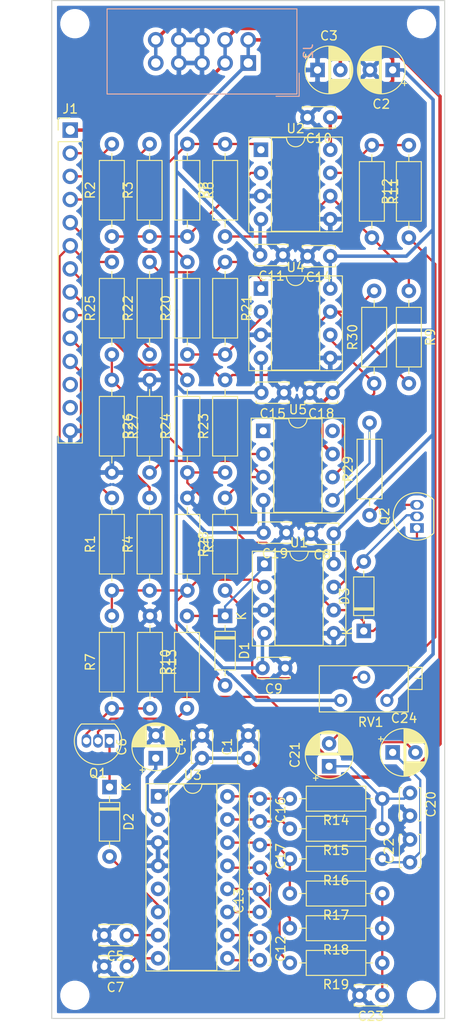
<source format=kicad_pcb>
(kicad_pcb (version 20171130) (host pcbnew "(5.1.4)-1")
  (title_block (title Noise) (date 2019-10-20) (rev 01) (comment 1 "Original design by Yves Usson") (comment 2 "PCB for main circuit") (comment 4 "License CC BY 4.0 - Attribution 4.0 International"))
  (layers (0 F.Cu signal) (31 B.Cu signal) (34 B.Paste user) (35 F.Paste user) (36 B.SilkS user) (37 F.SilkS user) (38 B.Mask user) (39 F.Mask user) (44 Edge.Cuts user))
  (net 0 "")
  (net 1 GND)
  (net 2 +15V)
  (net 3 -15V)
  (net 4 "Net-(C13-Pad2)")
  (net 5 "Net-(C13-Pad1)")
  (net 6 +5V)
  (net 7 "Net-(R21-Pad1)")
  (net 8 "Net-(C5-Pad1)")
  (net 9 "Net-(C17-Pad2)")
  (net 10 "Net-(D1-Pad2)")
  (net 11 "Net-(D1-Pad1)")
  (net 12 /VCO)
  (net 13 "Net-(D2-Pad1)")
  (net 14 "Net-(D3-Pad2)")
  (net 15 "Net-(D3-Pad1)")
  (net 16 "Net-(Q1-Pad3)")
  (net 17 "Net-(Q1-Pad2)")
  (net 18 "Net-(Q2-Pad3)")
  (net 19 "Net-(R2-Pad1)")
  (net 20 /RECIRC)
  (net 21 "Net-(R26-Pad1)")
  (net 22 /DELAYED_OUT)
  (net 23 /MIX_2)
  (net 24 /MIX_1)
  (net 25 /MIXED_OUT)
  (net 26 /RECIRC_ATTEN)
  (net 27 /CV)
  (net 28 /CV_ATTEN)
  (net 29 /IN2)
  (net 30 /IN1)
  (net 31 "Net-(C6-Pad1)")
  (net 32 "Net-(C7-Pad1)")
  (net 33 "Net-(C12-Pad2)")
  (net 34 "Net-(C12-Pad1)")
  (net 35 "Net-(C16-Pad2)")
  (net 36 "Net-(C16-Pad1)")
  (net 37 "Net-(C17-Pad1)")
  (net 38 "Net-(C20-Pad1)")
  (net 39 "Net-(C21-Pad2)")
  (net 40 "Net-(C22-Pad1)")
  (net 41 "Net-(C23-Pad1)")
  (net 42 "Net-(R11-Pad2)")
  (net 43 "Net-(R11-Pad1)")
  (net 44 "Net-(R20-Pad1)")
  (net 45 "Net-(R25-Pad1)")
  (net 46 "Net-(R28-Pad1)")
  (net 47 "Net-(R29-Pad2)")
  (net 48 "Net-(R30-Pad1)")
  (module MountingHole:MountingHole_2.2mm_M2 (layer F.Cu) (at 53.34 160.02)
    (fp_text reference H4 hide)
    (fp_text value MountingHole hide)
    (pad 1 np_thru_hole circle (at 0 0) (size 2.2 2.2) (drill 2.2) (layers *.Cu *.Mask))
  )
  (module MountingHole:MountingHole_2.2mm_M2 (layer F.Cu) (at 91.44 53.34)
    (fp_text reference H3 hide)
    (fp_text value MountingHole hide)
    (pad 1 np_thru_hole circle (at 0 0) (size 2.2 2.2) (drill 2.2) (layers *.Cu *.Mask))
  )
  (module MountingHole:MountingHole_2.2mm_M2 (layer F.Cu) (at 91.44 160.02)
    (fp_text reference H2 hide)
    (fp_text value MountingHole hide)
    (pad 1 np_thru_hole circle (at 0 0) (size 2.2 2.2) (drill 2.2) (layers *.Cu *.Mask))
  )
  (module MountingHole:MountingHole_2.2mm_M2 (layer F.Cu) (at 53.34 53.34)
    (fp_text reference H1 hide)
    (fp_text value MountingHole hide)
    (pad 1 np_thru_hole circle (at 0 0) (size 2.2 2.2) (drill 2.2) (layers *.Cu *.Mask))
  )
  (module Package_DIP:DIP-8_W7.62mm_Socket (layer F.Cu) (at 73.787 82.423)
    (fp_text reference U4 (at 3.81 -2.33) (layer F.SilkS))
    (fp_text value OPA2134)
    (pad 8 thru_hole oval (at 7.62 0) (size 1.6 1.6) (drill 0.8) (layers *.Cu *.Mask) (net 2 +15V))
    (pad 4 thru_hole oval (at 0 7.62) (size 1.6 1.6) (drill 0.8) (layers *.Cu *.Mask) (net 3 -15V))
    (pad 7 thru_hole oval (at 7.62 2.54) (size 1.6 1.6) (drill 0.8) (layers *.Cu *.Mask) (net 20 /RECIRC))
    (pad 3 thru_hole oval (at 0 5.08) (size 1.6 1.6) (drill 0.8) (layers *.Cu *.Mask) (net 1 GND))
    (pad 6 thru_hole oval (at 7.62 5.08) (size 1.6 1.6) (drill 0.8) (layers *.Cu *.Mask) (net 48 "Net-(R30-Pad1)"))
    (pad 2 thru_hole oval (at 0 2.54) (size 1.6 1.6) (drill 0.8) (layers *.Cu *.Mask) (net 44 "Net-(R20-Pad1)"))
    (pad 5 thru_hole oval (at 7.62 7.62) (size 1.6 1.6) (drill 0.8) (layers *.Cu *.Mask) (net 1 GND))
    (pad 1 thru_hole rect (at 0 0) (size 1.6 1.6) (drill 0.8) (layers *.Cu *.Mask) (net 7 "Net-(R21-Pad1)"))
  )
  (module Package_DIP:DIP-8_W7.62mm_Socket (layer F.Cu) (at 73.787 67.183)
    (fp_text reference U2 (at 3.81 -2.33) (layer F.SilkS))
    (fp_text value OPA2134)
    (pad 8 thru_hole oval (at 7.62 0) (size 1.6 1.6) (drill 0.8) (layers *.Cu *.Mask) (net 2 +15V))
    (pad 4 thru_hole oval (at 0 7.62) (size 1.6 1.6) (drill 0.8) (layers *.Cu *.Mask) (net 3 -15V))
    (pad 7 thru_hole oval (at 7.62 2.54) (size 1.6 1.6) (drill 0.8) (layers *.Cu *.Mask) (net 43 "Net-(R11-Pad1)"))
    (pad 3 thru_hole oval (at 0 5.08) (size 1.6 1.6) (drill 0.8) (layers *.Cu *.Mask) (net 1 GND))
    (pad 6 thru_hole oval (at 7.62 5.08) (size 1.6 1.6) (drill 0.8) (layers *.Cu *.Mask) (net 42 "Net-(R11-Pad2)"))
    (pad 2 thru_hole oval (at 0 2.54) (size 1.6 1.6) (drill 0.8) (layers *.Cu *.Mask) (net 19 "Net-(R2-Pad1)"))
    (pad 5 thru_hole oval (at 7.62 7.62) (size 1.6 1.6) (drill 0.8) (layers *.Cu *.Mask) (net 1 GND))
    (pad 1 thru_hole rect (at 0 0) (size 1.6 1.6) (drill 0.8) (layers *.Cu *.Mask) (net 24 /MIX_1))
  )
  (module Capacitor_THT:C_Disc_D3.4mm_W2.1mm_P2.50mm (layer F.Cu) (at 76.2 78.74 180)
    (fp_text reference C11 (at 1.25 -2.3) (layer F.SilkS))
    (fp_text value 0.1u)
    (pad 2 thru_hole circle (at 2.5 0 180) (size 1.6 1.6) (drill 0.8) (layers *.Cu *.Mask) (net 3 -15V))
    (pad 1 thru_hole circle (at 0 0 180) (size 1.6 1.6) (drill 0.8) (layers *.Cu *.Mask) (net 1 GND))
  )
  (module Capacitor_THT:C_Disc_D3.4mm_W2.1mm_P2.50mm (layer F.Cu) (at 81.407 63.627 180)
    (fp_text reference C10 (at 1.25 -2.3) (layer F.SilkS))
    (fp_text value 0.1u)
    (pad 2 thru_hole circle (at 2.5 0 180) (size 1.6 1.6) (drill 0.8) (layers *.Cu *.Mask) (net 1 GND))
    (pad 1 thru_hole circle (at 0 0 180) (size 1.6 1.6) (drill 0.8) (layers *.Cu *.Mask) (net 2 +15V))
  )
  (module Connector_PinHeader_2.54mm:PinHeader_1x14_P2.54mm_Vertical (layer F.Cu) (at 52.832 65.024)
    (fp_text reference J1 (at 0 -2.33) (layer F.SilkS))
    (fp_text value Conn_01x14_Female)
    (pad 14 thru_hole oval (at 0 33.02) (size 1.7 1.7) (drill 1) (layers *.Cu *.Mask) (net 1 GND))
    (pad 13 thru_hole oval (at 0 30.48) (size 1.7 1.7) (drill 1) (layers *.Cu *.Mask))
    (pad 12 thru_hole oval (at 0 27.94) (size 1.7 1.7) (drill 1) (layers *.Cu *.Mask))
    (pad 11 thru_hole oval (at 0 25.4) (size 1.7 1.7) (drill 1) (layers *.Cu *.Mask) (net 28 /CV_ATTEN))
    (pad 10 thru_hole oval (at 0 22.86) (size 1.7 1.7) (drill 1) (layers *.Cu *.Mask) (net 27 /CV))
    (pad 9 thru_hole oval (at 0 20.32) (size 1.7 1.7) (drill 1) (layers *.Cu *.Mask) (net 26 /RECIRC_ATTEN))
    (pad 8 thru_hole oval (at 0 17.78) (size 1.7 1.7) (drill 1) (layers *.Cu *.Mask) (net 20 /RECIRC))
    (pad 7 thru_hole oval (at 0 15.24) (size 1.7 1.7) (drill 1) (layers *.Cu *.Mask) (net 25 /MIXED_OUT))
    (pad 6 thru_hole oval (at 0 12.7) (size 1.7 1.7) (drill 1) (layers *.Cu *.Mask) (net 22 /DELAYED_OUT))
    (pad 5 thru_hole oval (at 0 10.16) (size 1.7 1.7) (drill 1) (layers *.Cu *.Mask) (net 23 /MIX_2))
    (pad 4 thru_hole oval (at 0 7.62) (size 1.7 1.7) (drill 1) (layers *.Cu *.Mask) (net 24 /MIX_1))
    (pad 3 thru_hole oval (at 0 5.08) (size 1.7 1.7) (drill 1) (layers *.Cu *.Mask) (net 29 /IN2))
    (pad 2 thru_hole oval (at 0 2.54) (size 1.7 1.7) (drill 1) (layers *.Cu *.Mask) (net 30 /IN1))
    (pad 1 thru_hole rect (at 0 0) (size 1.7 1.7) (drill 1) (layers *.Cu *.Mask) (net 2 +15V))
  )
  (module Potentiometer_THT:Potentiometer_Bourns_3296Z_Horizontal (layer F.Cu) (at 82.55 127.635 180)
    (fp_text reference RV1 (at -3.3 -2.4) (layer F.SilkS))
    (fp_text value 100k)
    (pad 3 thru_hole circle (at -5.08 0 180) (size 1.44 1.44) (drill 0.8) (layers *.Cu *.Mask) (net 2 +15V))
    (pad 2 thru_hole circle (at -2.54 2.54 180) (size 1.44 1.44) (drill 0.8) (layers *.Cu *.Mask) (net 46 "Net-(R28-Pad1)"))
    (pad 1 thru_hole circle (at 0 0 180) (size 1.44 1.44) (drill 0.8) (layers *.Cu *.Mask) (net 3 -15V))
  )
  (module Capacitor_THT:C_Disc_D3.4mm_W2.1mm_P2.50mm (layer F.Cu) (at 76.454 124.079 180)
    (fp_text reference C9 (at 1.25 -2.3) (layer F.SilkS))
    (fp_text value 0.1u)
    (pad 2 thru_hole circle (at 2.5 0 180) (size 1.6 1.6) (drill 0.8) (layers *.Cu *.Mask) (net 3 -15V))
    (pad 1 thru_hole circle (at 0 0 180) (size 1.6 1.6) (drill 0.8) (layers *.Cu *.Mask) (net 1 GND))
  )
  (module Package_DIP:DIP-8_W7.62mm_Socket (layer F.Cu) (at 74.041 98.044)
    (fp_text reference U5 (at 3.81 -2.33) (layer F.SilkS))
    (fp_text value CA3080)
    (pad 8 thru_hole oval (at 7.62 0) (size 1.6 1.6) (drill 0.8) (layers *.Cu *.Mask))
    (pad 4 thru_hole oval (at 0 7.62) (size 1.6 1.6) (drill 0.8) (layers *.Cu *.Mask) (net 3 -15V))
    (pad 7 thru_hole oval (at 7.62 2.54) (size 1.6 1.6) (drill 0.8) (layers *.Cu *.Mask) (net 2 +15V))
    (pad 3 thru_hole oval (at 0 5.08) (size 1.6 1.6) (drill 0.8) (layers *.Cu *.Mask) (net 21 "Net-(R26-Pad1)"))
    (pad 6 thru_hole oval (at 7.62 5.08) (size 1.6 1.6) (drill 0.8) (layers *.Cu *.Mask) (net 48 "Net-(R30-Pad1)"))
    (pad 2 thru_hole oval (at 0 2.54) (size 1.6 1.6) (drill 0.8) (layers *.Cu *.Mask) (net 45 "Net-(R25-Pad1)"))
    (pad 5 thru_hole oval (at 7.62 7.62) (size 1.6 1.6) (drill 0.8) (layers *.Cu *.Mask) (net 47 "Net-(R29-Pad2)"))
    (pad 1 thru_hole rect (at 0 0) (size 1.6 1.6) (drill 0.8) (layers *.Cu *.Mask))
  )
  (module Package_DIP:DIP-8_W7.62mm_Socket (layer F.Cu) (at 74.168 112.649)
    (fp_text reference U1 (at 3.81 -2.33) (layer F.SilkS))
    (fp_text value TL072)
    (pad 8 thru_hole oval (at 7.62 0) (size 1.6 1.6) (drill 0.8) (layers *.Cu *.Mask) (net 2 +15V))
    (pad 4 thru_hole oval (at 0 7.62) (size 1.6 1.6) (drill 0.8) (layers *.Cu *.Mask) (net 3 -15V))
    (pad 7 thru_hole oval (at 7.62 2.54) (size 1.6 1.6) (drill 0.8) (layers *.Cu *.Mask) (net 14 "Net-(D3-Pad2)"))
    (pad 3 thru_hole oval (at 0 5.08) (size 1.6 1.6) (drill 0.8) (layers *.Cu *.Mask) (net 1 GND))
    (pad 6 thru_hole oval (at 7.62 5.08) (size 1.6 1.6) (drill 0.8) (layers *.Cu *.Mask) (net 15 "Net-(D3-Pad1)"))
    (pad 2 thru_hole oval (at 0 2.54) (size 1.6 1.6) (drill 0.8) (layers *.Cu *.Mask) (net 10 "Net-(D1-Pad2)"))
    (pad 5 thru_hole oval (at 7.62 7.62) (size 1.6 1.6) (drill 0.8) (layers *.Cu *.Mask) (net 1 GND))
    (pad 1 thru_hole rect (at 0 0) (size 1.6 1.6) (drill 0.8) (layers *.Cu *.Mask) (net 11 "Net-(D1-Pad1)"))
  )
  (module Package_DIP:DIP-16_W7.62mm_Socket (layer F.Cu) (at 62.484 138.176)
    (fp_text reference U3 (at 3.81 -2.33) (layer F.SilkS))
    (fp_text value PT2399)
    (pad 16 thru_hole oval (at 7.62 0) (size 1.6 1.6) (drill 0.8) (layers *.Cu *.Mask) (net 36 "Net-(C16-Pad1)"))
    (pad 8 thru_hole oval (at 0 17.78) (size 1.6 1.6) (drill 0.8) (layers *.Cu *.Mask) (net 32 "Net-(C7-Pad1)"))
    (pad 15 thru_hole oval (at 7.62 2.54) (size 1.6 1.6) (drill 0.8) (layers *.Cu *.Mask) (net 35 "Net-(C16-Pad2)"))
    (pad 7 thru_hole oval (at 0 15.24) (size 1.6 1.6) (drill 0.8) (layers *.Cu *.Mask) (net 8 "Net-(C5-Pad1)"))
    (pad 14 thru_hole oval (at 7.62 5.08) (size 1.6 1.6) (drill 0.8) (layers *.Cu *.Mask) (net 37 "Net-(C17-Pad1)"))
    (pad 6 thru_hole oval (at 0 12.7) (size 1.6 1.6) (drill 0.8) (layers *.Cu *.Mask) (net 12 /VCO))
    (pad 13 thru_hole oval (at 7.62 7.62) (size 1.6 1.6) (drill 0.8) (layers *.Cu *.Mask) (net 9 "Net-(C17-Pad2)"))
    (pad 5 thru_hole oval (at 0 10.16) (size 1.6 1.6) (drill 0.8) (layers *.Cu *.Mask))
    (pad 12 thru_hole oval (at 7.62 10.16) (size 1.6 1.6) (drill 0.8) (layers *.Cu *.Mask) (net 4 "Net-(C13-Pad2)"))
    (pad 4 thru_hole oval (at 0 7.62) (size 1.6 1.6) (drill 0.8) (layers *.Cu *.Mask) (net 1 GND))
    (pad 11 thru_hole oval (at 7.62 12.7) (size 1.6 1.6) (drill 0.8) (layers *.Cu *.Mask) (net 5 "Net-(C13-Pad1)"))
    (pad 3 thru_hole oval (at 0 5.08) (size 1.6 1.6) (drill 0.8) (layers *.Cu *.Mask) (net 1 GND))
    (pad 10 thru_hole oval (at 7.62 15.24) (size 1.6 1.6) (drill 0.8) (layers *.Cu *.Mask) (net 34 "Net-(C12-Pad1)"))
    (pad 2 thru_hole oval (at 0 2.54) (size 1.6 1.6) (drill 0.8) (layers *.Cu *.Mask) (net 31 "Net-(C6-Pad1)"))
    (pad 9 thru_hole oval (at 7.62 17.78) (size 1.6 1.6) (drill 0.8) (layers *.Cu *.Mask) (net 33 "Net-(C12-Pad2)"))
    (pad 1 thru_hole rect (at 0 0) (size 1.6 1.6) (drill 0.8) (layers *.Cu *.Mask) (net 6 +5V))
  )
  (module Resistor_THT:R_Axial_DIN0207_L6.3mm_D2.5mm_P10.16mm_Horizontal (layer F.Cu) (at 86.233 92.837 90)
    (fp_text reference R30 (at 5.08 -2.37 90) (layer F.SilkS))
    (fp_text value 47k)
    (pad 2 thru_hole oval (at 10.16 0 90) (size 1.6 1.6) (drill 0.8) (layers *.Cu *.Mask) (net 20 /RECIRC))
    (pad 1 thru_hole circle (at 0 0 90) (size 1.6 1.6) (drill 0.8) (layers *.Cu *.Mask) (net 48 "Net-(R30-Pad1)"))
  )
  (module Resistor_THT:R_Axial_DIN0207_L6.3mm_D2.5mm_P10.16mm_Horizontal (layer F.Cu) (at 85.725 107.315 90)
    (fp_text reference R29 (at 5.08 -2.37 90) (layer F.SilkS))
    (fp_text value 27k)
    (pad 2 thru_hole oval (at 10.16 0 90) (size 1.6 1.6) (drill 0.8) (layers *.Cu *.Mask) (net 47 "Net-(R29-Pad2)"))
    (pad 1 thru_hole circle (at 0 0 90) (size 1.6 1.6) (drill 0.8) (layers *.Cu *.Mask) (net 18 "Net-(Q2-Pad3)"))
  )
  (module Resistor_THT:R_Axial_DIN0207_L6.3mm_D2.5mm_P10.16mm_Horizontal (layer F.Cu) (at 69.85 115.57 90)
    (fp_text reference R28 (at 5.08 -2.37 90) (layer F.SilkS))
    (fp_text value 470)
    (pad 2 thru_hole oval (at 10.16 0 90) (size 1.6 1.6) (drill 0.8) (layers *.Cu *.Mask) (net 21 "Net-(R26-Pad1)"))
    (pad 1 thru_hole circle (at 0 0 90) (size 1.6 1.6) (drill 0.8) (layers *.Cu *.Mask) (net 46 "Net-(R28-Pad1)"))
  )
  (module Resistor_THT:R_Axial_DIN0207_L6.3mm_D2.5mm_P10.16mm_Horizontal (layer F.Cu) (at 57.404 92.456 270)
    (fp_text reference R27 (at 5.08 -2.37 90) (layer F.SilkS))
    (fp_text value 470)
    (pad 2 thru_hole oval (at 10.16 0 270) (size 1.6 1.6) (drill 0.8) (layers *.Cu *.Mask) (net 1 GND))
    (pad 1 thru_hole circle (at 0 0 270) (size 1.6 1.6) (drill 0.8) (layers *.Cu *.Mask) (net 45 "Net-(R25-Pad1)"))
  )
  (module Resistor_THT:R_Axial_DIN0207_L6.3mm_D2.5mm_P10.16mm_Horizontal (layer F.Cu) (at 61.552666 102.616 90)
    (fp_text reference R26 (at 5.08 -2.37 90) (layer F.SilkS))
    (fp_text value 470)
    (pad 2 thru_hole oval (at 10.16 0 90) (size 1.6 1.6) (drill 0.8) (layers *.Cu *.Mask) (net 1 GND))
    (pad 1 thru_hole circle (at 0 0 90) (size 1.6 1.6) (drill 0.8) (layers *.Cu *.Mask) (net 21 "Net-(R26-Pad1)"))
  )
  (module Resistor_THT:R_Axial_DIN0207_L6.3mm_D2.5mm_P10.16mm_Horizontal (layer F.Cu) (at 57.404 89.662 90)
    (fp_text reference R25 (at 5.08 -2.37 90) (layer F.SilkS))
    (fp_text value 100k)
    (pad 2 thru_hole oval (at 10.16 0 90) (size 1.6 1.6) (drill 0.8) (layers *.Cu *.Mask) (net 22 /DELAYED_OUT))
    (pad 1 thru_hole circle (at 0 0 90) (size 1.6 1.6) (drill 0.8) (layers *.Cu *.Mask) (net 45 "Net-(R25-Pad1)"))
  )
  (module Resistor_THT:R_Axial_DIN0207_L6.3mm_D2.5mm_P10.16mm_Horizontal (layer F.Cu) (at 65.701332 102.616 90)
    (fp_text reference R24 (at 5.08 -2.37 90) (layer F.SilkS))
    (fp_text value 47k)
    (pad 2 thru_hole oval (at 10.16 0 90) (size 1.6 1.6) (drill 0.8) (layers *.Cu *.Mask) (net 26 /RECIRC_ATTEN))
    (pad 1 thru_hole circle (at 0 0 90) (size 1.6 1.6) (drill 0.8) (layers *.Cu *.Mask) (net 15 "Net-(D3-Pad1)"))
  )
  (module Resistor_THT:R_Axial_DIN0207_L6.3mm_D2.5mm_P10.16mm_Horizontal (layer F.Cu) (at 69.85 102.616 90)
    (fp_text reference R23 (at 5.08 -2.37 90) (layer F.SilkS))
    (fp_text value 20k)
    (pad 2 thru_hole oval (at 10.16 0 90) (size 1.6 1.6) (drill 0.8) (layers *.Cu *.Mask) (net 20 /RECIRC))
    (pad 1 thru_hole circle (at 0 0 90) (size 1.6 1.6) (drill 0.8) (layers *.Cu *.Mask) (net 15 "Net-(D3-Pad1)"))
  )
  (module Resistor_THT:R_Axial_DIN0207_L6.3mm_D2.5mm_P10.16mm_Horizontal (layer F.Cu) (at 61.552666 89.662 90)
    (fp_text reference R22 (at 5.08 -2.37 90) (layer F.SilkS))
    (fp_text value 1k)
    (pad 2 thru_hole oval (at 10.16 0 90) (size 1.6 1.6) (drill 0.8) (layers *.Cu *.Mask) (net 7 "Net-(R21-Pad1)"))
    (pad 1 thru_hole circle (at 0 0 90) (size 1.6 1.6) (drill 0.8) (layers *.Cu *.Mask) (net 25 /MIXED_OUT))
  )
  (module Resistor_THT:R_Axial_DIN0207_L6.3mm_D2.5mm_P10.16mm_Horizontal (layer F.Cu) (at 69.85 79.502 270)
    (fp_text reference R21 (at 5.08 -2.37 90) (layer F.SilkS))
    (fp_text value 100k)
    (pad 2 thru_hole oval (at 10.16 0 270) (size 1.6 1.6) (drill 0.8) (layers *.Cu *.Mask) (net 44 "Net-(R20-Pad1)"))
    (pad 1 thru_hole circle (at 0 0 270) (size 1.6 1.6) (drill 0.8) (layers *.Cu *.Mask) (net 7 "Net-(R21-Pad1)"))
  )
  (module Resistor_THT:R_Axial_DIN0207_L6.3mm_D2.5mm_P10.16mm_Horizontal (layer F.Cu) (at 65.701332 89.662 90)
    (fp_text reference R20 (at 5.08 -2.37 90) (layer F.SilkS))
    (fp_text value 100k)
    (pad 2 thru_hole oval (at 10.16 0 90) (size 1.6 1.6) (drill 0.8) (layers *.Cu *.Mask) (net 23 /MIX_2))
    (pad 1 thru_hole circle (at 0 0 90) (size 1.6 1.6) (drill 0.8) (layers *.Cu *.Mask) (net 44 "Net-(R20-Pad1)"))
  )
  (module Resistor_THT:R_Axial_DIN0207_L6.3mm_D2.5mm_P10.16mm_Horizontal (layer F.Cu) (at 87.122 156.464 180)
    (fp_text reference R19 (at 5.08 -2.37) (layer F.SilkS))
    (fp_text value 15k)
    (pad 2 thru_hole oval (at 10.16 0 180) (size 1.6 1.6) (drill 0.8) (layers *.Cu *.Mask) (net 4 "Net-(C13-Pad2)"))
    (pad 1 thru_hole circle (at 0 0 180) (size 1.6 1.6) (drill 0.8) (layers *.Cu *.Mask) (net 41 "Net-(C23-Pad1)"))
  )
  (module Resistor_THT:R_Axial_DIN0207_L6.3mm_D2.5mm_P10.16mm_Horizontal (layer F.Cu) (at 87.122 152.654 180)
    (fp_text reference R18 (at 5.08 -2.37) (layer F.SilkS))
    (fp_text value 10k)
    (pad 2 thru_hole oval (at 10.16 0 180) (size 1.6 1.6) (drill 0.8) (layers *.Cu *.Mask) (net 9 "Net-(C17-Pad2)"))
    (pad 1 thru_hole circle (at 0 0 180) (size 1.6 1.6) (drill 0.8) (layers *.Cu *.Mask) (net 41 "Net-(C23-Pad1)"))
  )
  (module Resistor_THT:R_Axial_DIN0207_L6.3mm_D2.5mm_P10.16mm_Horizontal (layer F.Cu) (at 87.122 148.844 180)
    (fp_text reference R17 (at 5.08 -2.37) (layer F.SilkS))
    (fp_text value 15k)
    (pad 2 thru_hole oval (at 10.16 0 180) (size 1.6 1.6) (drill 0.8) (layers *.Cu *.Mask) (net 37 "Net-(C17-Pad1)"))
    (pad 1 thru_hole circle (at 0 0 180) (size 1.6 1.6) (drill 0.8) (layers *.Cu *.Mask) (net 41 "Net-(C23-Pad1)"))
  )
  (module Resistor_THT:R_Axial_DIN0207_L6.3mm_D2.5mm_P10.16mm_Horizontal (layer F.Cu) (at 87.122 145.034 180)
    (fp_text reference R16 (at 5.08 -2.37) (layer F.SilkS))
    (fp_text value 2k7)
    (pad 2 thru_hole oval (at 10.16 0 180) (size 1.6 1.6) (drill 0.8) (layers *.Cu *.Mask) (net 37 "Net-(C17-Pad1)"))
    (pad 1 thru_hole circle (at 0 0 180) (size 1.6 1.6) (drill 0.8) (layers *.Cu *.Mask) (net 40 "Net-(C22-Pad1)"))
  )
  (module Resistor_THT:R_Axial_DIN0207_L6.3mm_D2.5mm_P10.16mm_Horizontal (layer F.Cu) (at 61.595 118.364 270)
    (fp_text reference R13 (at 5.08 -2.37 90) (layer F.SilkS))
    (fp_text value 220k)
    (pad 2 thru_hole oval (at 10.16 0 270) (size 1.6 1.6) (drill 0.8) (layers *.Cu *.Mask) (net 16 "Net-(Q1-Pad3)"))
    (pad 1 thru_hole circle (at 0 0 270) (size 1.6 1.6) (drill 0.8) (layers *.Cu *.Mask) (net 1 GND))
  )
  (module Resistor_THT:R_Axial_DIN0207_L6.3mm_D2.5mm_P10.16mm_Horizontal (layer F.Cu) (at 87.122 141.732 180)
    (fp_text reference R15 (at 5.08 -2.37) (layer F.SilkS))
    (fp_text value 15k)
    (pad 2 thru_hole oval (at 10.16 0 180) (size 1.6 1.6) (drill 0.8) (layers *.Cu *.Mask) (net 35 "Net-(C16-Pad2)"))
    (pad 1 thru_hole circle (at 0 0 180) (size 1.6 1.6) (drill 0.8) (layers *.Cu *.Mask) (net 38 "Net-(C20-Pad1)"))
  )
  (module Resistor_THT:R_Axial_DIN0207_L6.3mm_D2.5mm_P10.16mm_Horizontal (layer F.Cu) (at 87.122 138.43 180)
    (fp_text reference R14 (at 5.08 -2.37) (layer F.SilkS))
    (fp_text value 10k)
    (pad 2 thru_hole oval (at 10.16 0 180) (size 1.6 1.6) (drill 0.8) (layers *.Cu *.Mask) (net 36 "Net-(C16-Pad1)"))
    (pad 1 thru_hole circle (at 0 0 180) (size 1.6 1.6) (drill 0.8) (layers *.Cu *.Mask) (net 38 "Net-(C20-Pad1)"))
  )
  (module Resistor_THT:R_Axial_DIN0207_L6.3mm_D2.5mm_P10.16mm_Horizontal (layer F.Cu) (at 90.043 76.835 90)
    (fp_text reference R12 (at 5.08 -2.37 90) (layer F.SilkS))
    (fp_text value 15k)
    (pad 2 thru_hole oval (at 10.16 0 90) (size 1.6 1.6) (drill 0.8) (layers *.Cu *.Mask) (net 43 "Net-(R11-Pad1)"))
    (pad 1 thru_hole circle (at 0 0 90) (size 1.6 1.6) (drill 0.8) (layers *.Cu *.Mask) (net 39 "Net-(C21-Pad2)"))
  )
  (module Resistor_THT:R_Axial_DIN0207_L6.3mm_D2.5mm_P10.16mm_Horizontal (layer F.Cu) (at 85.979 66.675 270)
    (fp_text reference R11 (at 5.08 -2.37 90) (layer F.SilkS))
    (fp_text value 100k)
    (pad 2 thru_hole oval (at 10.16 0 270) (size 1.6 1.6) (drill 0.8) (layers *.Cu *.Mask) (net 42 "Net-(R11-Pad2)"))
    (pad 1 thru_hole circle (at 0 0 270) (size 1.6 1.6) (drill 0.8) (layers *.Cu *.Mask) (net 43 "Net-(R11-Pad1)"))
  )
  (module Resistor_THT:R_Axial_DIN0207_L6.3mm_D2.5mm_P10.16mm_Horizontal (layer F.Cu) (at 65.659 128.524 90)
    (fp_text reference R10 (at 5.08 -2.37 90) (layer F.SilkS))
    (fp_text value 220k)
    (pad 2 thru_hole oval (at 10.16 0 90) (size 1.6 1.6) (drill 0.8) (layers *.Cu *.Mask) (net 11 "Net-(D1-Pad1)"))
    (pad 1 thru_hole circle (at 0 0 90) (size 1.6 1.6) (drill 0.8) (layers *.Cu *.Mask) (net 17 "Net-(Q1-Pad2)"))
  )
  (module Resistor_THT:R_Axial_DIN0207_L6.3mm_D2.5mm_P10.16mm_Horizontal (layer F.Cu) (at 90.043 82.677 270)
    (fp_text reference R9 (at 5.08 -2.37 90) (layer F.SilkS))
    (fp_text value 100k)
    (pad 2 thru_hole oval (at 10.16 0 270) (size 1.6 1.6) (drill 0.8) (layers *.Cu *.Mask) (net 20 /RECIRC))
    (pad 1 thru_hole circle (at 0 0 270) (size 1.6 1.6) (drill 0.8) (layers *.Cu *.Mask) (net 42 "Net-(R11-Pad2)"))
  )
  (module Resistor_THT:R_Axial_DIN0207_L6.3mm_D2.5mm_P10.16mm_Horizontal (layer F.Cu) (at 69.85 76.708 90)
    (fp_text reference R8 (at 5.08 -2.37 90) (layer F.SilkS))
    (fp_text value 100k)
    (pad 2 thru_hole oval (at 10.16 0 90) (size 1.6 1.6) (drill 0.8) (layers *.Cu *.Mask) (net 24 /MIX_1))
    (pad 1 thru_hole circle (at 0 0 90) (size 1.6 1.6) (drill 0.8) (layers *.Cu *.Mask) (net 42 "Net-(R11-Pad2)"))
  )
  (module Resistor_THT:R_Axial_DIN0207_L6.3mm_D2.5mm_P10.16mm_Horizontal (layer F.Cu) (at 57.404 128.524 90)
    (fp_text reference R7 (at 5.08 -2.37 90) (layer F.SilkS))
    (fp_text value 27k)
    (pad 2 thru_hole oval (at 10.16 0 90) (size 1.6 1.6) (drill 0.8) (layers *.Cu *.Mask) (net 10 "Net-(D1-Pad2)"))
    (pad 1 thru_hole circle (at 0 0 90) (size 1.6 1.6) (drill 0.8) (layers *.Cu *.Mask) (net 16 "Net-(Q1-Pad3)"))
  )
  (module Resistor_THT:R_Axial_DIN0207_L6.3mm_D2.5mm_P10.16mm_Horizontal (layer F.Cu) (at 65.701332 66.548 270)
    (fp_text reference R6 (at 5.08 -2.37 90) (layer F.SilkS))
    (fp_text value 100k)
    (pad 2 thru_hole oval (at 10.16 0 270) (size 1.6 1.6) (drill 0.8) (layers *.Cu *.Mask) (net 19 "Net-(R2-Pad1)"))
    (pad 1 thru_hole circle (at 0 0 270) (size 1.6 1.6) (drill 0.8) (layers *.Cu *.Mask) (net 24 /MIX_1))
  )
  (module Resistor_THT:R_Axial_DIN0207_L6.3mm_D2.5mm_P10.16mm_Horizontal (layer F.Cu) (at 65.701332 105.41 270)
    (fp_text reference R5 (at 5.08 -2.37 90) (layer F.SilkS))
    (fp_text value 300k)
    (pad 2 thru_hole oval (at 10.16 0 270) (size 1.6 1.6) (drill 0.8) (layers *.Cu *.Mask) (net 10 "Net-(D1-Pad2)"))
    (pad 1 thru_hole circle (at 0 0 270) (size 1.6 1.6) (drill 0.8) (layers *.Cu *.Mask) (net 1 GND))
  )
  (module Resistor_THT:R_Axial_DIN0207_L6.3mm_D2.5mm_P10.16mm_Horizontal (layer F.Cu) (at 61.552666 115.57 90)
    (fp_text reference R4 (at 5.08 -2.37 90) (layer F.SilkS))
    (fp_text value 100k)
    (pad 2 thru_hole oval (at 10.16 0 90) (size 1.6 1.6) (drill 0.8) (layers *.Cu *.Mask) (net 27 /CV))
    (pad 1 thru_hole circle (at 0 0 90) (size 1.6 1.6) (drill 0.8) (layers *.Cu *.Mask) (net 10 "Net-(D1-Pad2)"))
  )
  (module Resistor_THT:R_Axial_DIN0207_L6.3mm_D2.5mm_P10.16mm_Horizontal (layer F.Cu) (at 57.404 115.57 90)
    (fp_text reference R1 (at 5.08 -2.37 90) (layer F.SilkS))
    (fp_text value 300k)
    (pad 2 thru_hole oval (at 10.16 0 90) (size 1.6 1.6) (drill 0.8) (layers *.Cu *.Mask) (net 28 /CV_ATTEN))
    (pad 1 thru_hole circle (at 0 0 90) (size 1.6 1.6) (drill 0.8) (layers *.Cu *.Mask) (net 10 "Net-(D1-Pad2)"))
  )
  (module Resistor_THT:R_Axial_DIN0207_L6.3mm_D2.5mm_P10.16mm_Horizontal (layer F.Cu) (at 61.552666 76.708 90)
    (fp_text reference R3 (at 5.08 -2.37 90) (layer F.SilkS))
    (fp_text value 100k)
    (pad 2 thru_hole oval (at 10.16 0 90) (size 1.6 1.6) (drill 0.8) (layers *.Cu *.Mask) (net 29 /IN2))
    (pad 1 thru_hole circle (at 0 0 90) (size 1.6 1.6) (drill 0.8) (layers *.Cu *.Mask) (net 19 "Net-(R2-Pad1)"))
  )
  (module Resistor_THT:R_Axial_DIN0207_L6.3mm_D2.5mm_P10.16mm_Horizontal (layer F.Cu) (at 57.404 76.708 90)
    (fp_text reference R2 (at 5.08 -2.37 90) (layer F.SilkS))
    (fp_text value 100k)
    (pad 2 thru_hole oval (at 10.16 0 90) (size 1.6 1.6) (drill 0.8) (layers *.Cu *.Mask) (net 30 /IN1))
    (pad 1 thru_hole circle (at 0 0 90) (size 1.6 1.6) (drill 0.8) (layers *.Cu *.Mask) (net 19 "Net-(R2-Pad1)"))
  )
  (module Package_TO_SOT_THT:TO-92_Inline (layer F.Cu) (at 90.932 108.712 90)
    (fp_text reference Q2 (at 1.27 -3.56 90) (layer F.SilkS))
    (fp_text value 2N3906)
    (pad 1 thru_hole rect (at 0 0 90) (size 1.05 1.5) (drill 0.75) (layers *.Cu *.Mask) (net 15 "Net-(D3-Pad1)"))
    (pad 3 thru_hole oval (at 2.54 0 90) (size 1.05 1.5) (drill 0.75) (layers *.Cu *.Mask) (net 18 "Net-(Q2-Pad3)"))
    (pad 2 thru_hole oval (at 1.27 0 90) (size 1.05 1.5) (drill 0.75) (layers *.Cu *.Mask) (net 14 "Net-(D3-Pad2)"))
  )
  (module Package_TO_SOT_THT:TO-92_Inline (layer F.Cu) (at 57.15 132.08 180)
    (fp_text reference Q1 (at 1.27 -3.56) (layer F.SilkS))
    (fp_text value BC550)
    (pad 1 thru_hole rect (at 0 0 180) (size 1.05 1.5) (drill 0.75) (layers *.Cu *.Mask) (net 13 "Net-(D2-Pad1)"))
    (pad 3 thru_hole oval (at 2.54 0 180) (size 1.05 1.5) (drill 0.75) (layers *.Cu *.Mask) (net 16 "Net-(Q1-Pad3)"))
    (pad 2 thru_hole oval (at 1.27 0 180) (size 1.05 1.5) (drill 0.75) (layers *.Cu *.Mask) (net 17 "Net-(Q1-Pad2)"))
  )
  (module Diode_THT:D_DO-35_SOD27_P7.62mm_Horizontal (layer F.Cu) (at 85.09 120.015 90)
    (fp_text reference D3 (at 3.81 -2.12 90) (layer F.SilkS))
    (fp_text value 1N4148)
    (fp_text user K (at 0 -1.8 90) (layer F.SilkS))
    (pad 2 thru_hole oval (at 7.62 0 90) (size 1.6 1.6) (drill 0.8) (layers *.Cu *.Mask) (net 14 "Net-(D3-Pad2)"))
    (pad 1 thru_hole rect (at 0 0 90) (size 1.6 1.6) (drill 0.8) (layers *.Cu *.Mask) (net 15 "Net-(D3-Pad1)"))
  )
  (module Diode_THT:D_DO-35_SOD27_P7.62mm_Horizontal (layer F.Cu) (at 57.15 137.16 270)
    (fp_text reference D2 (at 3.81 -2.12 90) (layer F.SilkS))
    (fp_text value 1N4148)
    (fp_text user K (at 0 -1.8 90) (layer F.SilkS))
    (pad 2 thru_hole oval (at 7.62 0 270) (size 1.6 1.6) (drill 0.8) (layers *.Cu *.Mask) (net 12 /VCO))
    (pad 1 thru_hole rect (at 0 0 270) (size 1.6 1.6) (drill 0.8) (layers *.Cu *.Mask) (net 13 "Net-(D2-Pad1)"))
  )
  (module Diode_THT:D_DO-35_SOD27_P7.62mm_Horizontal (layer F.Cu) (at 69.85 118.364 270)
    (fp_text reference D1 (at 3.81 -2.12 90) (layer F.SilkS))
    (fp_text value 1N4148)
    (fp_text user K (at 0 -1.8 90) (layer F.SilkS))
    (pad 2 thru_hole oval (at 7.62 0 270) (size 1.6 1.6) (drill 0.8) (layers *.Cu *.Mask) (net 10 "Net-(D1-Pad2)"))
    (pad 1 thru_hole rect (at 0 0 270) (size 1.6 1.6) (drill 0.8) (layers *.Cu *.Mask) (net 11 "Net-(D1-Pad1)"))
  )
  (module Capacitor_THT:CP_Radial_D5.0mm_P2.50mm (layer F.Cu) (at 88.265 133.35)
    (fp_text reference C24 (at 1.25 -3.75) (layer F.SilkS))
    (fp_text value 10u)
    (pad 2 thru_hole circle (at 2.5 0) (size 1.6 1.6) (drill 0.8) (layers *.Cu *.Mask) (net 22 /DELAYED_OUT))
    (pad 1 thru_hole rect (at 0 0) (size 1.6 1.6) (drill 0.8) (layers *.Cu *.Mask) (net 40 "Net-(C22-Pad1)"))
  )
  (module Capacitor_THT:C_Disc_D3.4mm_W2.1mm_P2.50mm (layer F.Cu) (at 76.581 109.22 180)
    (fp_text reference C19 (at 1.25 -2.3) (layer F.SilkS))
    (fp_text value 0.1u)
    (pad 2 thru_hole circle (at 2.5 0 180) (size 1.6 1.6) (drill 0.8) (layers *.Cu *.Mask) (net 3 -15V))
    (pad 1 thru_hole circle (at 0 0 180) (size 1.6 1.6) (drill 0.8) (layers *.Cu *.Mask) (net 1 GND))
  )
  (module Capacitor_THT:C_Disc_D3.4mm_W2.1mm_P2.50mm (layer F.Cu) (at 81.661 93.853 180)
    (fp_text reference C18 (at 1.25 -2.3) (layer F.SilkS))
    (fp_text value 0.1u)
    (pad 2 thru_hole circle (at 2.5 0 180) (size 1.6 1.6) (drill 0.8) (layers *.Cu *.Mask) (net 1 GND))
    (pad 1 thru_hole circle (at 0 0 180) (size 1.6 1.6) (drill 0.8) (layers *.Cu *.Mask) (net 2 +15V))
  )
  (module Capacitor_THT:C_Disc_D3.4mm_W2.1mm_P2.50mm (layer F.Cu) (at 87.122 160.02 180)
    (fp_text reference C23 (at 1.25 -2.3) (layer F.SilkS))
    (fp_text value 5n6)
    (pad 2 thru_hole circle (at 2.5 0 180) (size 1.6 1.6) (drill 0.8) (layers *.Cu *.Mask) (net 1 GND))
    (pad 1 thru_hole circle (at 0 0 180) (size 1.6 1.6) (drill 0.8) (layers *.Cu *.Mask) (net 41 "Net-(C23-Pad1)"))
  )
  (module Capacitor_THT:C_Disc_D3.4mm_W2.1mm_P2.50mm (layer F.Cu) (at 90.17 145.415 90)
    (fp_text reference C22 (at 1.25 -2.3 90) (layer F.SilkS))
    (fp_text value 10n)
    (pad 2 thru_hole circle (at 2.5 0 90) (size 1.6 1.6) (drill 0.8) (layers *.Cu *.Mask) (net 1 GND))
    (pad 1 thru_hole circle (at 0 0 90) (size 1.6 1.6) (drill 0.8) (layers *.Cu *.Mask) (net 40 "Net-(C22-Pad1)"))
  )
  (module Capacitor_THT:CP_Radial_D5.0mm_P2.50mm (layer F.Cu) (at 81.28 134.874 90)
    (fp_text reference C21 (at 1.25 -3.75 90) (layer F.SilkS))
    (fp_text value 4.7uF)
    (pad 2 thru_hole circle (at 2.5 0 90) (size 1.6 1.6) (drill 0.8) (layers *.Cu *.Mask) (net 39 "Net-(C21-Pad2)"))
    (pad 1 thru_hole rect (at 0 0 90) (size 1.6 1.6) (drill 0.8) (layers *.Cu *.Mask) (net 38 "Net-(C20-Pad1)"))
  )
  (module Capacitor_THT:C_Disc_D3.4mm_W2.1mm_P2.50mm (layer F.Cu) (at 76.327 93.853 180)
    (fp_text reference C15 (at 1.25 -2.3) (layer F.SilkS))
    (fp_text value 0.1u)
    (pad 2 thru_hole circle (at 2.5 0 180) (size 1.6 1.6) (drill 0.8) (layers *.Cu *.Mask) (net 3 -15V))
    (pad 1 thru_hole circle (at 0 0 180) (size 1.6 1.6) (drill 0.8) (layers *.Cu *.Mask) (net 1 GND))
  )
  (module Capacitor_THT:C_Disc_D3.4mm_W2.1mm_P2.50mm (layer F.Cu) (at 81.407 78.867 180)
    (fp_text reference C14 (at 1.25 -2.3) (layer F.SilkS))
    (fp_text value 0.1u)
    (pad 2 thru_hole circle (at 2.5 0 180) (size 1.6 1.6) (drill 0.8) (layers *.Cu *.Mask) (net 1 GND))
    (pad 1 thru_hole circle (at 0 0 180) (size 1.6 1.6) (drill 0.8) (layers *.Cu *.Mask) (net 2 +15V))
  )
  (module Capacitor_THT:C_Disc_D3.4mm_W2.1mm_P2.50mm (layer F.Cu) (at 90.17 137.795 270)
    (fp_text reference C20 (at 1.25 -2.3 90) (layer F.SilkS))
    (fp_text value 5n6)
    (pad 2 thru_hole circle (at 2.5 0 270) (size 1.6 1.6) (drill 0.8) (layers *.Cu *.Mask) (net 1 GND))
    (pad 1 thru_hole circle (at 0 0 270) (size 1.6 1.6) (drill 0.8) (layers *.Cu *.Mask) (net 38 "Net-(C20-Pad1)"))
  )
  (module Capacitor_THT:C_Disc_D3.4mm_W2.1mm_P2.50mm (layer F.Cu) (at 73.66 143.51 270)
    (fp_text reference C17 (at 1.25 -2.3 90) (layer F.SilkS))
    (fp_text value 560p)
    (pad 2 thru_hole circle (at 2.5 0 270) (size 1.6 1.6) (drill 0.8) (layers *.Cu *.Mask) (net 9 "Net-(C17-Pad2)"))
    (pad 1 thru_hole circle (at 0 0 270) (size 1.6 1.6) (drill 0.8) (layers *.Cu *.Mask) (net 37 "Net-(C17-Pad1)"))
  )
  (module Capacitor_THT:C_Disc_D3.4mm_W2.1mm_P2.50mm (layer F.Cu) (at 81.788 109.347 180)
    (fp_text reference C8 (at 1.25 -2.3) (layer F.SilkS))
    (fp_text value 0.1u)
    (pad 2 thru_hole circle (at 2.5 0 180) (size 1.6 1.6) (drill 0.8) (layers *.Cu *.Mask) (net 1 GND))
    (pad 1 thru_hole circle (at 0 0 180) (size 1.6 1.6) (drill 0.8) (layers *.Cu *.Mask) (net 2 +15V))
  )
  (module Capacitor_THT:C_Disc_D3.4mm_W2.1mm_P2.50mm (layer F.Cu) (at 73.66 138.43 270)
    (fp_text reference C16 (at 1.25 -2.3 90) (layer F.SilkS))
    (fp_text value 560p)
    (pad 2 thru_hole circle (at 2.5 0 270) (size 1.6 1.6) (drill 0.8) (layers *.Cu *.Mask) (net 35 "Net-(C16-Pad2)"))
    (pad 1 thru_hole circle (at 0 0 270) (size 1.6 1.6) (drill 0.8) (layers *.Cu *.Mask) (net 36 "Net-(C16-Pad1)"))
  )
  (module Capacitor_THT:C_Disc_D3.4mm_W2.1mm_P2.50mm (layer F.Cu) (at 73.66 150.876 90)
    (fp_text reference C13 (at 1.25 -2.3 90) (layer F.SilkS))
    (fp_text value 100n)
    (pad 2 thru_hole circle (at 2.5 0 90) (size 1.6 1.6) (drill 0.8) (layers *.Cu *.Mask) (net 4 "Net-(C13-Pad2)"))
    (pad 1 thru_hole circle (at 0 0 90) (size 1.6 1.6) (drill 0.8) (layers *.Cu *.Mask) (net 5 "Net-(C13-Pad1)"))
  )
  (module Capacitor_THT:C_Disc_D3.4mm_W2.1mm_P2.50mm (layer F.Cu) (at 73.66 153.67 270)
    (fp_text reference C12 (at 1.25 -2.3 90) (layer F.SilkS))
    (fp_text value 100n)
    (pad 2 thru_hole circle (at 2.5 0 270) (size 1.6 1.6) (drill 0.8) (layers *.Cu *.Mask) (net 33 "Net-(C12-Pad2)"))
    (pad 1 thru_hole circle (at 0 0 270) (size 1.6 1.6) (drill 0.8) (layers *.Cu *.Mask) (net 34 "Net-(C12-Pad1)"))
  )
  (module Capacitor_THT:C_Disc_D3.4mm_W2.1mm_P2.50mm (layer F.Cu) (at 59.055 156.845 180)
    (fp_text reference C7 (at 1.25 -2.3) (layer F.SilkS))
    (fp_text value 100n)
    (pad 2 thru_hole circle (at 2.5 0 180) (size 1.6 1.6) (drill 0.8) (layers *.Cu *.Mask) (net 1 GND))
    (pad 1 thru_hole circle (at 0 0 180) (size 1.6 1.6) (drill 0.8) (layers *.Cu *.Mask) (net 32 "Net-(C7-Pad1)"))
  )
  (module Capacitor_THT:CP_Radial_D5.0mm_P2.50mm (layer F.Cu) (at 62.23 133.985 90)
    (fp_text reference C6 (at 1.25 -3.75 90) (layer F.SilkS))
    (fp_text value 4.7u)
    (pad 2 thru_hole circle (at 2.5 0 90) (size 1.6 1.6) (drill 0.8) (layers *.Cu *.Mask) (net 1 GND))
    (pad 1 thru_hole rect (at 0 0 90) (size 1.6 1.6) (drill 0.8) (layers *.Cu *.Mask) (net 31 "Net-(C6-Pad1)"))
  )
  (module Capacitor_THT:C_Disc_D3.4mm_W2.1mm_P2.50mm (layer F.Cu) (at 59.055 153.416 180)
    (fp_text reference C5 (at 1.25 -2.3) (layer F.SilkS))
    (fp_text value 100n)
    (pad 2 thru_hole circle (at 2.5 0 180) (size 1.6 1.6) (drill 0.8) (layers *.Cu *.Mask) (net 1 GND))
    (pad 1 thru_hole circle (at 0 0 180) (size 1.6 1.6) (drill 0.8) (layers *.Cu *.Mask) (net 8 "Net-(C5-Pad1)"))
  )
  (module Capacitor_THT:C_Disc_D3.4mm_W2.1mm_P2.50mm (layer F.Cu) (at 67.31 133.985 90)
    (fp_text reference C4 (at 1.25 -2.3 90) (layer F.SilkS))
    (fp_text value 0.1u)
    (pad 2 thru_hole circle (at 2.5 0 90) (size 1.6 1.6) (drill 0.8) (layers *.Cu *.Mask) (net 1 GND))
    (pad 1 thru_hole circle (at 0 0 90) (size 1.6 1.6) (drill 0.8) (layers *.Cu *.Mask) (net 6 +5V))
  )
  (module Capacitor_THT:C_Disc_D3.4mm_W2.1mm_P2.50mm (layer F.Cu) (at 72.39 133.985 90)
    (fp_text reference C1 (at 1.25 -2.3 90) (layer F.SilkS))
    (fp_text value 100u)
    (pad 2 thru_hole circle (at 2.5 0 90) (size 1.6 1.6) (drill 0.8) (layers *.Cu *.Mask) (net 1 GND))
    (pad 1 thru_hole circle (at 0 0 90) (size 1.6 1.6) (drill 0.8) (layers *.Cu *.Mask) (net 6 +5V))
  )
  (module Connector_IDC:IDC-Header_2x05_P2.54mm_Vertical (layer B.Cu) (at 72.39 57.658 90)
    (fp_text reference J2 (at 1.27 6.604 270) (layer B.SilkS) (effects (justify mirror)))
    (fp_text value "IDC Header")
    (pad 10 thru_hole oval (at 2.54 -10.16 90) (size 1.7272 1.7272) (drill 1.016) (layers *.Cu *.Mask) (net 6 +5V))
    (pad 9 thru_hole oval (at 0 -10.16 90) (size 1.7272 1.7272) (drill 1.016) (layers *.Cu *.Mask) (net 6 +5V))
    (pad 8 thru_hole oval (at 2.54 -7.62 90) (size 1.7272 1.7272) (drill 1.016) (layers *.Cu *.Mask) (net 1 GND))
    (pad 7 thru_hole oval (at 0 -7.62 90) (size 1.7272 1.7272) (drill 1.016) (layers *.Cu *.Mask) (net 1 GND))
    (pad 6 thru_hole oval (at 2.54 -5.08 90) (size 1.7272 1.7272) (drill 1.016) (layers *.Cu *.Mask) (net 1 GND))
    (pad 5 thru_hole oval (at 0 -5.08 90) (size 1.7272 1.7272) (drill 1.016) (layers *.Cu *.Mask) (net 1 GND))
    (pad 4 thru_hole oval (at 2.54 -2.54 90) (size 1.7272 1.7272) (drill 1.016) (layers *.Cu *.Mask) (net 2 +15V))
    (pad 3 thru_hole oval (at 0 -2.54 90) (size 1.7272 1.7272) (drill 1.016) (layers *.Cu *.Mask) (net 2 +15V))
    (pad 2 thru_hole oval (at 2.54 0 90) (size 1.7272 1.7272) (drill 1.016) (layers *.Cu *.Mask) (net 3 -15V))
    (pad 1 thru_hole rect (at 0 0 90) (size 1.7272 1.7272) (drill 1.016) (layers *.Cu *.Mask) (net 3 -15V))
  )
  (module Capacitor_THT:CP_Radial_D5.0mm_P2.50mm (layer F.Cu) (at 80.01 58.42)
    (fp_text reference C3 (at 1.25 -3.75) (layer F.SilkS))
    (fp_text value 10u)
    (pad 2 thru_hole circle (at 2.5 0) (size 1.6 1.6) (drill 0.8) (layers *.Cu *.Mask) (net 3 -15V))
    (pad 1 thru_hole rect (at 0 0) (size 1.6 1.6) (drill 0.8) (layers *.Cu *.Mask) (net 1 GND))
  )
  (module Capacitor_THT:CP_Radial_D5.0mm_P2.50mm (layer F.Cu) (at 88.265 58.42 180)
    (fp_text reference C2 (at 1.25 -3.75) (layer F.SilkS))
    (fp_text value 10u)
    (pad 2 thru_hole circle (at 2.5 0 180) (size 1.6 1.6) (drill 0.8) (layers *.Cu *.Mask) (net 1 GND))
    (pad 1 thru_hole rect (at 0 0 180) (size 1.6 1.6) (drill 0.8) (layers *.Cu *.Mask) (net 2 +15V))
  )
  (gr_line (start 50.8 162.56) (end 50.8 50.8) (layer Edge.Cuts) (width 0.12))
  (gr_line (start 93.98 162.56) (end 50.8 162.56) (layer Edge.Cuts) (width 0.12))
  (gr_line (start 93.98 50.8) (end 93.98 162.56) (layer Edge.Cuts) (width 0.12))
  (gr_line (start 50.8 50.8) (end 93.98 50.8) (layer Edge.Cuts) (width 0.12))
  (segment (start 80.470499 99.393499) (end 80.861001 99.784001) (width 0.381) (layer F.Cu) (net 2))
  (segment (start 80.470499 95.043501) (end 80.470499 99.393499) (width 0.381) (layer F.Cu) (net 2))
  (segment (start 80.861001 99.784001) (end 81.661 100.584) (width 0.381) (layer F.Cu) (net 2))
  (segment (start 81.661 93.853) (end 80.470499 95.043501) (width 0.381) (layer F.Cu) (net 2))
  (segment (start 86.36 58.42) (end 85.179 58.42) (width 0.381) (layer F.Cu) (net 1))
  (segment (start 81.407 82.423) (end 81.407 78.867) (width 0.381) (layer B.Cu) (net 2))
  (segment (start 81.407 78.867) (end 89.772942 78.867) (width 0.381) (layer B.Cu) (net 2))
  (segment (start 92.71 75.929942) (end 92.71 74.295) (width 0.381) (layer B.Cu) (net 2))
  (segment (start 89.772942 78.867) (end 92.71 75.929942) (width 0.381) (layer B.Cu) (net 2))
  (segment (start 92.71 98.425) (end 81.788 109.347) (width 0.381) (layer B.Cu) (net 2))
  (segment (start 92.71 93.98) (end 92.71 98.425) (width 0.381) (layer B.Cu) (net 2))
  (segment (start 92.71 86.995) (end 88.519 86.995) (width 0.381) (layer B.Cu) (net 2))
  (segment (start 88.519 86.995) (end 81.661 93.853) (width 0.381) (layer B.Cu) (net 2))
  (segment (start 92.71 65.951) (end 92.71 86.995) (width 0.381) (layer B.Cu) (net 2))
  (segment (start 92.71 86.995) (end 92.71 93.98) (width 0.381) (layer B.Cu) (net 2))
  (segment (start 81.788 109.347) (end 81.788 113.157) (width 0.381) (layer B.Cu) (net 2))
  (segment (start 69.85 57.658) (end 69.85 55.118) (width 0.381) (layer B.Cu) (net 2))
  (segment (start 89.446 58.42) (end 92.71 61.684) (width 0.381) (layer B.Cu) (net 2))
  (segment (start 88.265 58.42) (end 89.446 58.42) (width 0.381) (layer B.Cu) (net 2))
  (segment (start 92.71 61.684) (end 92.71 68.58) (width 0.381) (layer B.Cu) (net 2))
  (segment (start 88.265 57.239) (end 88.265 58.42) (width 0.381) (layer F.Cu) (net 2))
  (segment (start 84.889899 53.863899) (end 88.265 57.239) (width 0.381) (layer F.Cu) (net 2))
  (segment (start 71.104101 53.863899) (end 84.889899 53.863899) (width 0.381) (layer F.Cu) (net 2))
  (segment (start 69.85 55.118) (end 71.104101 53.863899) (width 0.381) (layer F.Cu) (net 2))
  (segment (start 82.53837 63.627) (end 81.407 63.627) (width 0.381) (layer F.Cu) (net 2))
  (segment (start 84.239 63.627) (end 82.53837 63.627) (width 0.381) (layer F.Cu) (net 2))
  (segment (start 88.265 59.601) (end 84.239 63.627) (width 0.381) (layer F.Cu) (net 2))
  (segment (start 88.265 58.42) (end 88.265 59.601) (width 0.381) (layer F.Cu) (net 2))
  (segment (start 81.407 63.627) (end 81.407 67.183) (width 0.381) (layer F.Cu) (net 2))
  (segment (start 62.484 65.024) (end 52.832 65.024) (width 0.381) (layer F.Cu) (net 2))
  (segment (start 69.85 57.658) (end 62.484 65.024) (width 0.381) (layer F.Cu) (net 2))
  (segment (start 92.71 122.555) (end 87.63 127.635) (width 0.381) (layer B.Cu) (net 2))
  (segment (start 92.71 118.745) (end 92.71 122.555) (width 0.381) (layer B.Cu) (net 2))
  (segment (start 92.71 93.98) (end 92.71 118.745) (width 0.381) (layer B.Cu) (net 2))
  (segment (start 92.71 118.745) (end 92.71 120.506942) (width 0.381) (layer B.Cu) (net 2))
  (segment (start 72.39 55.118) (end 72.39 57.658) (width 0.381) (layer B.Cu) (net 3))
  (segment (start 73.7 74.89) (end 73.787 74.803) (width 0.381) (layer B.Cu) (net 3))
  (segment (start 73.7 78.74) (end 73.7 74.89) (width 0.381) (layer B.Cu) (net 3))
  (segment (start 73.611314 55.118) (end 72.39 55.118) (width 0.381) (layer F.Cu) (net 3))
  (segment (start 80.33937 55.118) (end 73.611314 55.118) (width 0.381) (layer F.Cu) (net 3))
  (segment (start 82.51 57.28863) (end 80.33937 55.118) (width 0.381) (layer F.Cu) (net 3))
  (segment (start 82.51 58.42) (end 82.51 57.28863) (width 0.381) (layer F.Cu) (net 3))
  (segment (start 73.827 90.083) (end 73.787 90.043) (width 0.381) (layer B.Cu) (net 3))
  (segment (start 73.827 93.853) (end 73.827 90.083) (width 0.381) (layer B.Cu) (net 3))
  (segment (start 74.081 105.704) (end 74.041 105.664) (width 0.381) (layer B.Cu) (net 3))
  (segment (start 74.081 109.22) (end 74.081 105.704) (width 0.381) (layer B.Cu) (net 3))
  (segment (start 64.468499 65.579501) (end 65.532 64.516) (width 0.381) (layer B.Cu) (net 3))
  (segment (start 65.532 64.516) (end 72.39 57.658) (width 0.381) (layer B.Cu) (net 3))
  (segment (start 64.468499 69.508499) (end 68.6 73.64) (width 0.381) (layer B.Cu) (net 3))
  (segment (start 64.468499 67.103501) (end 64.468499 69.508499) (width 0.381) (layer B.Cu) (net 3))
  (segment (start 68.6 73.64) (end 73.7 78.74) (width 0.381) (layer B.Cu) (net 3))
  (segment (start 67.302499 72.342499) (end 68.6 73.64) (width 0.381) (layer B.Cu) (net 3))
  (segment (start 64.468499 67.103501) (end 64.468499 65.579501) (width 0.381) (layer B.Cu) (net 3))
  (segment (start 72.69563 93.853) (end 73.827 93.853) (width 0.381) (layer B.Cu) (net 3))
  (segment (start 65.33639 93.853) (end 72.69563 93.853) (width 0.381) (layer B.Cu) (net 3))
  (segment (start 64.468499 92.985109) (end 65.33639 93.853) (width 0.381) (layer B.Cu) (net 3))
  (segment (start 64.468499 84.756501) (end 64.468499 92.985109) (width 0.381) (layer B.Cu) (net 3))
  (segment (start 64.468499 84.756501) (end 64.468499 67.103501) (width 0.381) (layer B.Cu) (net 3))
  (segment (start 72.94963 109.22) (end 74.081 109.22) (width 0.381) (layer B.Cu) (net 3))
  (segment (start 67.74939 109.22) (end 72.94963 109.22) (width 0.381) (layer B.Cu) (net 3))
  (segment (start 64.468499 105.939109) (end 67.74939 109.22) (width 0.381) (layer B.Cu) (net 3))
  (segment (start 64.468499 105.076501) (end 64.468499 105.939109) (width 0.381) (layer B.Cu) (net 3))
  (segment (start 64.468499 105.076501) (end 64.468499 84.756501) (width 0.381) (layer B.Cu) (net 3))
  (segment (start 64.468499 117.395501) (end 64.468499 118.935441) (width 0.381) (layer B.Cu) (net 3))
  (segment (start 73.954 120.483) (end 74.168 120.269) (width 0.381) (layer B.Cu) (net 3))
  (segment (start 73.954 124.079) (end 73.954 120.483) (width 0.381) (layer B.Cu) (net 3))
  (segment (start 69.612058 124.079) (end 73.954 124.079) (width 0.381) (layer B.Cu) (net 3))
  (segment (start 81.531767 127.635) (end 82.55 127.635) (width 0.381) (layer B.Cu) (net 3))
  (segment (start 73.262942 127.635) (end 81.531767 127.635) (width 0.381) (layer B.Cu) (net 3))
  (segment (start 70.421441 124.793499) (end 73.262942 127.635) (width 0.381) (layer B.Cu) (net 3))
  (segment (start 70.310499 124.793499) (end 70.421441 124.793499) (width 0.381) (layer B.Cu) (net 3))
  (segment (start 64.468499 118.951499) (end 70.310499 124.793499) (width 0.381) (layer B.Cu) (net 3))
  (segment (start 64.468499 117.046499) (end 64.468499 118.951499) (width 0.381) (layer B.Cu) (net 3))
  (segment (start 64.468499 117.395501) (end 64.468499 117.046499) (width 0.381) (layer B.Cu) (net 3))
  (segment (start 64.468499 117.046499) (end 64.468499 105.076501) (width 0.381) (layer B.Cu) (net 3))
  (segment (start 73.62 148.336) (end 73.66 148.376) (width 0.25) (layer F.Cu) (net 4))
  (segment (start 70.104 148.336) (end 73.62 148.336) (width 0.25) (layer F.Cu) (net 4))
  (segment (start 76.162001 155.664001) (end 76.962 156.464) (width 0.25) (layer F.Cu) (net 4))
  (segment (start 75.836999 155.338999) (end 76.162001 155.664001) (width 0.25) (layer F.Cu) (net 4))
  (segment (start 75.836999 151.387997) (end 75.836999 155.338999) (width 0.25) (layer F.Cu) (net 4))
  (segment (start 73.66 149.210998) (end 75.836999 151.387997) (width 0.25) (layer F.Cu) (net 4))
  (segment (start 73.66 148.376) (end 73.66 149.210998) (width 0.25) (layer F.Cu) (net 4))
  (segment (start 72.52863 150.876) (end 70.104 150.876) (width 0.25) (layer F.Cu) (net 5))
  (segment (start 73.66 150.876) (end 72.52863 150.876) (width 0.25) (layer F.Cu) (net 5))
  (segment (start 85.43079 53.282888) (end 93.472 61.324098) (width 0.381) (layer F.Cu) (net 6))
  (segment (start 64.065112 53.282888) (end 85.43079 53.282888) (width 0.381) (layer F.Cu) (net 6))
  (segment (start 62.23 55.118) (end 64.065112 53.282888) (width 0.381) (layer F.Cu) (net 6))
  (segment (start 89.812441 136.064501) (end 74.469501 136.064501) (width 0.381) (layer F.Cu) (net 6))
  (segment (start 93.472 61.324098) (end 93.472 132.404942) (width 0.381) (layer F.Cu) (net 6))
  (segment (start 93.472 132.404942) (end 89.812441 136.064501) (width 0.381) (layer F.Cu) (net 6))
  (segment (start 74.469501 136.064501) (end 73.189999 134.784999) (width 0.381) (layer F.Cu) (net 6))
  (segment (start 73.189999 134.784999) (end 72.39 133.985) (width 0.381) (layer F.Cu) (net 6))
  (segment (start 63.119 138.176) (end 62.484 138.176) (width 0.381) (layer B.Cu) (net 6))
  (segment (start 72.39 133.985) (end 67.31 133.985) (width 0.381) (layer B.Cu) (net 6))
  (segment (start 67.31 133.985) (end 63.119 138.176) (width 0.381) (layer B.Cu) (net 6))
  (segment (start 62.23 55.118) (end 62.23 57.658) (width 0.381) (layer B.Cu) (net 6))
  (segment (start 69.050001 80.301999) (end 69.85 79.502) (width 0.25) (layer F.Cu) (net 7))
  (segment (start 68.724999 80.627001) (end 69.050001 80.301999) (width 0.25) (layer F.Cu) (net 7))
  (segment (start 62.677667 80.627001) (end 68.724999 80.627001) (width 0.25) (layer F.Cu) (net 7))
  (segment (start 61.552666 79.502) (end 62.677667 80.627001) (width 0.25) (layer F.Cu) (net 7))
  (segment (start 70.98137 79.502) (end 69.85 79.502) (width 0.25) (layer F.Cu) (net 7))
  (segment (start 71.916 79.502) (end 70.98137 79.502) (width 0.25) (layer F.Cu) (net 7))
  (segment (start 73.787 81.373) (end 71.916 79.502) (width 0.25) (layer F.Cu) (net 7))
  (segment (start 73.787 82.423) (end 73.787 81.373) (width 0.25) (layer F.Cu) (net 7))
  (segment (start 62.484 153.416) (end 59.055 153.416) (width 0.25) (layer F.Cu) (net 8))
  (segment (start 74.785001 149.345631) (end 74.785001 147.135001) (width 0.25) (layer F.Cu) (net 9))
  (segment (start 74.785001 147.135001) (end 74.459999 146.809999) (width 0.25) (layer F.Cu) (net 9))
  (segment (start 76.962 151.52263) (end 74.785001 149.345631) (width 0.25) (layer F.Cu) (net 9))
  (segment (start 74.459999 146.809999) (end 73.66 146.01) (width 0.25) (layer F.Cu) (net 9))
  (segment (start 76.962 152.654) (end 76.962 151.52263) (width 0.25) (layer F.Cu) (net 9))
  (segment (start 70.318 146.01) (end 70.104 145.796) (width 0.25) (layer F.Cu) (net 9))
  (segment (start 73.66 146.01) (end 70.318 146.01) (width 0.25) (layer F.Cu) (net 9))
  (segment (start 57.404 115.57) (end 65.701332 115.57) (width 0.25) (layer F.Cu) (net 10))
  (segment (start 73.368001 114.389001) (end 74.168 115.189) (width 0.25) (layer F.Cu) (net 10))
  (segment (start 66.882331 114.389001) (end 73.368001 114.389001) (width 0.25) (layer F.Cu) (net 10))
  (segment (start 65.701332 115.57) (end 66.882331 114.389001) (width 0.25) (layer F.Cu) (net 10))
  (segment (start 69.050001 125.184001) (end 69.85 125.984) (width 0.25) (layer F.Cu) (net 10))
  (segment (start 64.533999 120.667999) (end 69.050001 125.184001) (width 0.25) (layer F.Cu) (net 10))
  (segment (start 64.533999 116.737333) (end 64.533999 120.667999) (width 0.25) (layer F.Cu) (net 10))
  (segment (start 65.701332 115.57) (end 64.533999 116.737333) (width 0.25) (layer F.Cu) (net 10))
  (segment (start 57.404 117.23263) (end 57.404 115.57) (width 0.25) (layer F.Cu) (net 10))
  (segment (start 57.404 118.364) (end 57.404 117.23263) (width 0.25) (layer F.Cu) (net 10))
  (segment (start 66.79037 118.364) (end 69.85 118.364) (width 0.25) (layer F.Cu) (net 11))
  (segment (start 65.659 118.364) (end 66.79037 118.364) (width 0.25) (layer F.Cu) (net 11))
  (segment (start 74.168 112.996) (end 74.168 112.649) (width 0.25) (layer B.Cu) (net 11))
  (segment (start 69.85 117.314) (end 74.168 112.996) (width 0.25) (layer B.Cu) (net 11))
  (segment (start 69.85 118.364) (end 69.85 117.314) (width 0.25) (layer B.Cu) (net 11))
  (segment (start 62.484 150.114) (end 62.484 150.876) (width 0.25) (layer F.Cu) (net 12))
  (segment (start 57.15 144.78) (end 62.484 150.114) (width 0.25) (layer F.Cu) (net 12))
  (segment (start 57.15 137.16) (end 57.15 132.08) (width 0.25) (layer F.Cu) (net 13))
  (segment (start 82.296 115.189) (end 81.788 115.189) (width 0.25) (layer F.Cu) (net 14))
  (segment (start 85.09 112.395) (end 82.296 115.189) (width 0.25) (layer F.Cu) (net 14))
  (segment (start 85.09 112.03) (end 85.09 112.395) (width 0.25) (layer B.Cu) (net 14))
  (segment (start 89.805 107.315) (end 85.09 112.03) (width 0.25) (layer B.Cu) (net 14))
  (segment (start 90.805 107.315) (end 89.805 107.315) (width 0.25) (layer B.Cu) (net 14))
  (segment (start 65.701332 102.616) (end 69.85 102.616) (width 0.25) (layer F.Cu) (net 15))
  (segment (start 86.14 120.015) (end 85.09 120.015) (width 0.25) (layer F.Cu) (net 15))
  (segment (start 90.932 115.223) (end 86.14 120.015) (width 0.25) (layer F.Cu) (net 15))
  (segment (start 90.932 108.712) (end 90.932 115.223) (width 0.25) (layer F.Cu) (net 15))
  (segment (start 82.91937 117.729) (end 81.788 117.729) (width 0.25) (layer F.Cu) (net 15))
  (segment (start 83.854 117.729) (end 82.91937 117.729) (width 0.25) (layer F.Cu) (net 15))
  (segment (start 85.09 118.965) (end 83.854 117.729) (width 0.25) (layer F.Cu) (net 15))
  (segment (start 85.09 120.015) (end 85.09 118.965) (width 0.25) (layer F.Cu) (net 15))
  (segment (start 65.701332 103.74737) (end 65.701332 102.616) (width 0.25) (layer F.Cu) (net 15))
  (segment (start 72.298963 110.345001) (end 65.701332 103.74737) (width 0.25) (layer F.Cu) (net 15))
  (segment (start 81.788 117.729) (end 74.404001 110.345001) (width 0.25) (layer F.Cu) (net 15))
  (segment (start 74.404001 110.345001) (end 72.298963 110.345001) (width 0.25) (layer F.Cu) (net 15))
  (segment (start 56.604001 129.323999) (end 57.404 128.524) (width 0.25) (layer F.Cu) (net 16))
  (segment (start 54.61 131.318) (end 56.604001 129.323999) (width 0.25) (layer F.Cu) (net 16))
  (segment (start 54.61 132.08) (end 54.61 131.318) (width 0.25) (layer F.Cu) (net 16))
  (segment (start 60.46363 128.524) (end 57.404 128.524) (width 0.25) (layer F.Cu) (net 16))
  (segment (start 61.595 128.524) (end 60.46363 128.524) (width 0.25) (layer F.Cu) (net 16))
  (segment (start 64.859001 129.323999) (end 65.659 128.524) (width 0.25) (layer F.Cu) (net 17))
  (segment (start 64.533999 129.649001) (end 64.859001 129.323999) (width 0.25) (layer F.Cu) (net 17))
  (segment (start 57.310999 129.649001) (end 64.533999 129.649001) (width 0.25) (layer F.Cu) (net 17))
  (segment (start 55.88 131.08) (end 57.310999 129.649001) (width 0.25) (layer F.Cu) (net 17))
  (segment (start 55.88 132.08) (end 55.88 131.08) (width 0.25) (layer F.Cu) (net 17))
  (segment (start 86.868 106.172) (end 85.725 107.315) (width 0.25) (layer F.Cu) (net 18))
  (segment (start 90.932 106.172) (end 86.868 106.172) (width 0.25) (layer F.Cu) (net 18))
  (segment (start 57.404 76.708) (end 65.701332 76.708) (width 0.25) (layer F.Cu) (net 19))
  (segment (start 72.686332 69.723) (end 73.787 69.723) (width 0.25) (layer F.Cu) (net 19))
  (segment (start 65.701332 76.708) (end 72.686332 69.723) (width 0.25) (layer F.Cu) (net 19))
  (segment (start 83.947 84.963) (end 86.233 82.677) (width 0.25) (layer F.Cu) (net 20))
  (segment (start 81.407 84.963) (end 83.947 84.963) (width 0.25) (layer F.Cu) (net 20))
  (segment (start 82.169 84.963) (end 81.407 84.963) (width 0.25) (layer F.Cu) (net 20))
  (segment (start 90.043 92.837) (end 82.169 84.963) (width 0.25) (layer F.Cu) (net 20))
  (segment (start 80.607001 85.762999) (end 81.407 84.963) (width 0.25) (layer F.Cu) (net 20))
  (segment (start 52.832 82.804) (end 52.96041 82.804) (width 0.25) (layer F.Cu) (net 20))
  (segment (start 60.943411 90.787001) (end 67.927001 90.787001) (width 0.25) (layer F.Cu) (net 20))
  (segment (start 67.927001 90.787001) (end 69.85 92.71) (width 0.25) (layer F.Cu) (net 20))
  (segment (start 69.85 92.71) (end 70.649999 91.910001) (width 0.25) (layer F.Cu) (net 20))
  (segment (start 74.459999 91.910001) (end 80.607001 85.762999) (width 0.25) (layer F.Cu) (net 20))
  (segment (start 52.96041 82.804) (end 60.943411 90.787001) (width 0.25) (layer F.Cu) (net 20))
  (segment (start 70.649999 91.910001) (end 74.459999 91.910001) (width 0.25) (layer F.Cu) (net 20))
  (segment (start 73.241001 102.324001) (end 74.041 103.124) (width 0.25) (layer F.Cu) (net 21))
  (segment (start 72.263 101.346) (end 73.241001 102.324001) (width 0.25) (layer F.Cu) (net 21))
  (segment (start 61.468 102.87) (end 62.992 101.346) (width 0.25) (layer F.Cu) (net 21))
  (segment (start 62.992 101.346) (end 72.263 101.346) (width 0.25) (layer F.Cu) (net 21))
  (segment (start 72.136 103.124) (end 69.85 105.41) (width 0.25) (layer F.Cu) (net 21))
  (segment (start 74.041 103.124) (end 72.136 103.124) (width 0.25) (layer F.Cu) (net 21))
  (segment (start 51.656999 78.899001) (end 52.832 77.724) (width 0.25) (layer F.Cu) (net 22))
  (segment (start 51.656999 88.043001) (end 51.656999 78.899001) (width 0.25) (layer F.Cu) (net 22))
  (segment (start 51.656999 87.130001) (end 51.656999 88.043001) (width 0.25) (layer F.Cu) (net 22))
  (segment (start 54.61 79.502) (end 52.832 77.724) (width 0.25) (layer F.Cu) (net 22))
  (segment (start 57.404 79.502) (end 54.61 79.502) (width 0.25) (layer F.Cu) (net 22))
  (segment (start 89.639999 132.224999) (end 89.965001 132.550001) (width 0.25) (layer F.Cu) (net 22))
  (segment (start 87.204999 132.224999) (end 89.639999 132.224999) (width 0.25) (layer F.Cu) (net 22))
  (segment (start 89.965001 132.550001) (end 90.765 133.35) (width 0.25) (layer F.Cu) (net 22))
  (segment (start 51.656999 88.043001) (end 51.656999 116.822001) (width 0.25) (layer F.Cu) (net 22))
  (segment (start 74.494998 127.254) (end 80.739999 133.499001) (width 0.25) (layer F.Cu) (net 22))
  (segment (start 51.656999 116.822001) (end 62.088998 127.254) (width 0.25) (layer F.Cu) (net 22))
  (segment (start 80.739999 133.499001) (end 85.930997 133.499001) (width 0.25) (layer F.Cu) (net 22))
  (segment (start 62.088998 127.254) (end 74.494998 127.254) (width 0.25) (layer F.Cu) (net 22))
  (segment (start 85.930997 133.499001) (end 87.204999 132.224999) (width 0.25) (layer F.Cu) (net 22))
  (segment (start 53.681999 76.033999) (end 52.832 75.184) (width 0.25) (layer F.Cu) (net 23))
  (segment (start 56.024999 78.376999) (end 53.681999 76.033999) (width 0.25) (layer F.Cu) (net 23))
  (segment (start 64.576331 78.376999) (end 56.024999 78.376999) (width 0.25) (layer F.Cu) (net 23))
  (segment (start 65.701332 79.502) (end 64.576331 78.376999) (width 0.25) (layer F.Cu) (net 23))
  (segment (start 59.605332 72.644) (end 65.701332 66.548) (width 0.25) (layer F.Cu) (net 24))
  (segment (start 52.832 72.644) (end 59.605332 72.644) (width 0.25) (layer F.Cu) (net 24))
  (segment (start 65.701332 66.548) (end 69.85 66.548) (width 0.25) (layer F.Cu) (net 24))
  (segment (start 73.152 66.548) (end 73.787 67.183) (width 0.25) (layer F.Cu) (net 24))
  (segment (start 69.85 66.548) (end 73.152 66.548) (width 0.25) (layer F.Cu) (net 24))
  (segment (start 61.552666 88.984666) (end 61.552666 89.662) (width 0.25) (layer F.Cu) (net 25))
  (segment (start 52.832 80.264) (end 61.552666 88.984666) (width 0.25) (layer F.Cu) (net 25))
  (segment (start 54.751002 85.344) (end 54.034081 85.344) (width 0.25) (layer F.Cu) (net 26))
  (segment (start 64.576331 91.330999) (end 60.738001 91.330999) (width 0.25) (layer F.Cu) (net 26))
  (segment (start 54.034081 85.344) (end 52.832 85.344) (width 0.25) (layer F.Cu) (net 26))
  (segment (start 65.701332 92.456) (end 64.576331 91.330999) (width 0.25) (layer F.Cu) (net 26))
  (segment (start 60.738001 91.330999) (end 54.751002 85.344) (width 0.25) (layer F.Cu) (net 26))
  (segment (start 54.457012 89.509012) (end 54.457012 97.182976) (width 0.25) (layer F.Cu) (net 27))
  (segment (start 61.552666 104.27863) (end 61.552666 105.41) (width 0.25) (layer F.Cu) (net 27))
  (segment (start 54.457012 97.182976) (end 61.552666 104.27863) (width 0.25) (layer F.Cu) (net 27))
  (segment (start 52.832 87.884) (end 54.457012 89.509012) (width 0.25) (layer F.Cu) (net 27))
  (segment (start 54.007001 91.599001) (end 53.681999 91.273999) (width 0.25) (layer F.Cu) (net 28))
  (segment (start 57.404 105.41) (end 54.007001 102.013001) (width 0.25) (layer F.Cu) (net 28))
  (segment (start 54.007001 102.013001) (end 54.007001 91.599001) (width 0.25) (layer F.Cu) (net 28))
  (segment (start 53.681999 91.273999) (end 52.832 90.424) (width 0.25) (layer F.Cu) (net 28))
  (segment (start 58.123666 70.104) (end 61.552666 66.675) (width 0.25) (layer F.Cu) (net 29))
  (segment (start 52.832 70.104) (end 58.123666 70.104) (width 0.25) (layer F.Cu) (net 29))
  (segment (start 56.515 67.564) (end 57.404 66.675) (width 0.25) (layer F.Cu) (net 30))
  (segment (start 52.832 67.564) (end 56.515 67.564) (width 0.25) (layer F.Cu) (net 30))
  (segment (start 61.293499 139.525499) (end 61.684001 139.916001) (width 0.381) (layer B.Cu) (net 31))
  (segment (start 61.293499 136.102501) (end 61.293499 139.525499) (width 0.381) (layer B.Cu) (net 31))
  (segment (start 62.23 135.166) (end 61.293499 136.102501) (width 0.381) (layer B.Cu) (net 31))
  (segment (start 61.684001 139.916001) (end 62.484 140.716) (width 0.381) (layer B.Cu) (net 31))
  (segment (start 62.23 133.985) (end 62.23 135.166) (width 0.381) (layer B.Cu) (net 31))
  (segment (start 59.944 155.956) (end 59.055 156.845) (width 0.25) (layer F.Cu) (net 32))
  (segment (start 62.484 155.956) (end 59.944 155.956) (width 0.25) (layer F.Cu) (net 32))
  (segment (start 70.318 156.17) (end 70.104 155.956) (width 0.25) (layer F.Cu) (net 33))
  (segment (start 73.66 156.17) (end 70.318 156.17) (width 0.25) (layer F.Cu) (net 33))
  (segment (start 73.406 153.416) (end 73.66 153.67) (width 0.25) (layer F.Cu) (net 34))
  (segment (start 70.104 153.416) (end 73.406 153.416) (width 0.25) (layer F.Cu) (net 34))
  (segment (start 73.446 140.716) (end 73.66 140.93) (width 0.25) (layer F.Cu) (net 35))
  (segment (start 70.104 140.716) (end 73.446 140.716) (width 0.25) (layer F.Cu) (net 35))
  (segment (start 76.16 140.93) (end 76.962 141.732) (width 0.25) (layer F.Cu) (net 35))
  (segment (start 73.66 140.93) (end 76.16 140.93) (width 0.25) (layer F.Cu) (net 35))
  (segment (start 73.406 138.176) (end 73.66 138.43) (width 0.25) (layer F.Cu) (net 36))
  (segment (start 70.104 138.176) (end 73.406 138.176) (width 0.25) (layer F.Cu) (net 36))
  (segment (start 73.66 138.43) (end 76.962 138.43) (width 0.25) (layer F.Cu) (net 36))
  (segment (start 73.406 143.256) (end 73.66 143.51) (width 0.25) (layer F.Cu) (net 37))
  (segment (start 70.104 143.256) (end 73.406 143.256) (width 0.25) (layer F.Cu) (net 37))
  (segment (start 75.438 143.51) (end 76.962 145.034) (width 0.25) (layer F.Cu) (net 37))
  (segment (start 73.66 143.51) (end 75.438 143.51) (width 0.25) (layer F.Cu) (net 37))
  (segment (start 76.962 145.034) (end 76.962 148.844) (width 0.25) (layer F.Cu) (net 37))
  (segment (start 83.566 134.874) (end 87.122 138.43) (width 0.25) (layer B.Cu) (net 38))
  (segment (start 81.28 134.874) (end 83.566 134.874) (width 0.25) (layer B.Cu) (net 38))
  (segment (start 87.122 139.56137) (end 87.122 141.732) (width 0.25) (layer B.Cu) (net 38))
  (segment (start 87.122 138.43) (end 87.122 139.56137) (width 0.25) (layer B.Cu) (net 38))
  (segment (start 89.535 138.43) (end 90.17 137.795) (width 0.25) (layer B.Cu) (net 38))
  (segment (start 87.122 138.43) (end 89.535 138.43) (width 0.25) (layer B.Cu) (net 38))
  (segment (start 92.956489 79.748489) (end 90.842999 77.634999) (width 0.25) (layer F.Cu) (net 39))
  (segment (start 90.842999 77.634999) (end 90.043 76.835) (width 0.25) (layer F.Cu) (net 39))
  (segment (start 92.956489 120.697511) (end 92.956489 79.748489) (width 0.25) (layer F.Cu) (net 39))
  (segment (start 81.28 132.374) (end 92.956489 120.697511) (width 0.25) (layer F.Cu) (net 39))
  (segment (start 90.969999 144.615001) (end 90.17 145.415) (width 0.25) (layer B.Cu) (net 40))
  (segment (start 91.295001 144.289999) (end 90.969999 144.615001) (width 0.25) (layer B.Cu) (net 40))
  (segment (start 91.295001 136.380001) (end 91.295001 144.289999) (width 0.25) (layer B.Cu) (net 40))
  (segment (start 88.265 133.35) (end 91.295001 136.380001) (width 0.25) (layer B.Cu) (net 40))
  (segment (start 87.503 145.415) (end 87.122 145.034) (width 0.25) (layer B.Cu) (net 40))
  (segment (start 90.17 145.415) (end 87.503 145.415) (width 0.25) (layer B.Cu) (net 40))
  (segment (start 87.122 148.844) (end 87.122 160.02) (width 0.25) (layer F.Cu) (net 41))
  (segment (start 85.979 76.835) (end 81.407 72.263) (width 0.25) (layer F.Cu) (net 42))
  (segment (start 90.043 80.899) (end 90.043 82.677) (width 0.25) (layer F.Cu) (net 42))
  (segment (start 85.979 76.835) (end 90.043 80.899) (width 0.25) (layer F.Cu) (net 42))
  (segment (start 82.532001 73.388001) (end 82.206999 73.062999) (width 0.25) (layer F.Cu) (net 42))
  (segment (start 82.206999 73.062999) (end 81.407 72.263) (width 0.25) (layer F.Cu) (net 42))
  (segment (start 76.962 76.708) (end 81.407 72.263) (width 0.25) (layer F.Cu) (net 42))
  (segment (start 69.85 76.708) (end 76.962 76.708) (width 0.25) (layer F.Cu) (net 42))
  (segment (start 82.931 69.723) (end 85.979 66.675) (width 0.25) (layer F.Cu) (net 43))
  (segment (start 81.407 69.723) (end 82.931 69.723) (width 0.25) (layer F.Cu) (net 43))
  (segment (start 85.979 66.675) (end 90.043 66.675) (width 0.25) (layer F.Cu) (net 43))
  (segment (start 65.701332 89.662) (end 69.85 89.662) (width 0.25) (layer F.Cu) (net 44))
  (segment (start 73.787 85.725) (end 73.787 84.963) (width 0.25) (layer F.Cu) (net 44))
  (segment (start 69.85 89.662) (end 73.787 85.725) (width 0.25) (layer F.Cu) (net 44))
  (segment (start 57.404 89.662) (end 57.404 92.456) (width 0.25) (layer F.Cu) (net 45))
  (segment (start 65.532 100.584) (end 74.041 100.584) (width 0.25) (layer F.Cu) (net 45))
  (segment (start 57.404 92.456) (end 65.532 100.584) (width 0.25) (layer F.Cu) (net 45))
  (segment (start 84.071767 125.095) (end 85.09 125.095) (width 0.25) (layer F.Cu) (net 46))
  (segment (start 83.962766 125.204001) (end 84.071767 125.095) (width 0.25) (layer F.Cu) (net 46))
  (segment (start 73.413999 125.204001) (end 83.962766 125.204001) (width 0.25) (layer F.Cu) (net 46))
  (segment (start 72.828999 124.619001) (end 73.413999 125.204001) (width 0.25) (layer F.Cu) (net 46))
  (segment (start 72.828999 118.548999) (end 72.828999 124.619001) (width 0.25) (layer F.Cu) (net 46))
  (segment (start 69.85 115.57) (end 72.828999 118.548999) (width 0.25) (layer F.Cu) (net 46))
  (segment (start 85.725 101.6) (end 85.725 97.155) (width 0.25) (layer B.Cu) (net 47))
  (segment (start 81.661 105.664) (end 85.725 101.6) (width 0.25) (layer B.Cu) (net 47))
  (segment (start 81.407 88.011) (end 81.407 87.503) (width 0.25) (layer F.Cu) (net 48))
  (segment (start 86.233 92.837) (end 81.407 88.011) (width 0.25) (layer F.Cu) (net 48))
  (segment (start 82.786001 101.998999) (end 82.460999 102.324001) (width 0.25) (layer F.Cu) (net 48))
  (segment (start 86.233 93.96837) (end 82.786001 97.415369) (width 0.25) (layer F.Cu) (net 48))
  (segment (start 82.460999 102.324001) (end 81.661 103.124) (width 0.25) (layer F.Cu) (net 48))
  (segment (start 82.786001 97.415369) (end 82.786001 101.998999) (width 0.25) (layer F.Cu) (net 48))
  (segment (start 86.233 92.837) (end 86.233 93.96837) (width 0.25) (layer F.Cu) (net 48))
  (zone (net 1) (net_name GND) (layer B.Cu) (connect_pads (clearance 0.508)) (min_thickness 0.254) (fill yes (arc_segments 32) (thermal_gap 0.508) (thermal_bridge_width 0.508))
    (polygon (pts (xy 93.98 162.56) (xy 50.8 162.56) (xy 50.8 50.8) (xy 93.98 50.8)))
  )
)
</source>
